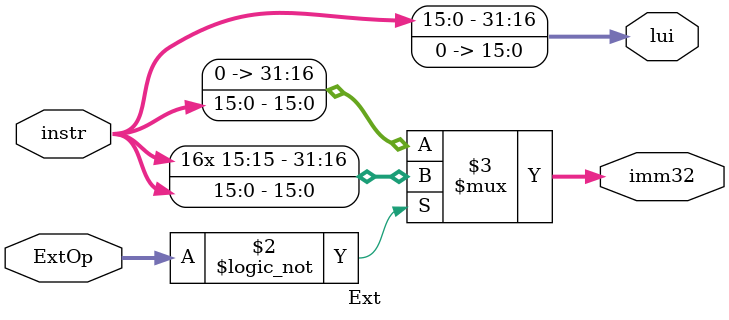
<source format=v>
`timescale 1ns / 1ps
module Ext(
	input [31:0] instr,
	input [2:0] ExtOp,
	output reg [31:0] lui,
	output reg [31:0] imm32
    );
	always@(*)begin
		lui={instr[15:0],16'b0};
		imm32=(ExtOp==0)?{{16{instr[15]}},instr[15:0]}:
								{16'b0,instr[15:0]};
	end

endmodule

</source>
